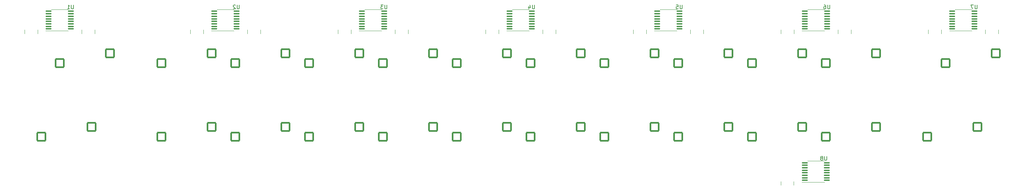
<source format=gbr>
%TF.GenerationSoftware,KiCad,Pcbnew,(7.0.0)*%
%TF.CreationDate,2023-03-29T14:48:56+09:00*%
%TF.ProjectId,HEP,4845502e-6b69-4636-9164-5f7063625858,rev?*%
%TF.SameCoordinates,Original*%
%TF.FileFunction,Legend,Bot*%
%TF.FilePolarity,Positive*%
%FSLAX46Y46*%
G04 Gerber Fmt 4.6, Leading zero omitted, Abs format (unit mm)*
G04 Created by KiCad (PCBNEW (7.0.0)) date 2023-03-29 14:48:56*
%MOMM*%
%LPD*%
G01*
G04 APERTURE LIST*
G04 Aperture macros list*
%AMRoundRect*
0 Rectangle with rounded corners*
0 $1 Rounding radius*
0 $2 $3 $4 $5 $6 $7 $8 $9 X,Y pos of 4 corners*
0 Add a 4 corners polygon primitive as box body*
4,1,4,$2,$3,$4,$5,$6,$7,$8,$9,$2,$3,0*
0 Add four circle primitives for the rounded corners*
1,1,$1+$1,$2,$3*
1,1,$1+$1,$4,$5*
1,1,$1+$1,$6,$7*
1,1,$1+$1,$8,$9*
0 Add four rect primitives between the rounded corners*
20,1,$1+$1,$2,$3,$4,$5,0*
20,1,$1+$1,$4,$5,$6,$7,0*
20,1,$1+$1,$6,$7,$8,$9,0*
20,1,$1+$1,$8,$9,$2,$3,0*%
G04 Aperture macros list end*
%ADD10C,0.150000*%
%ADD11C,0.120000*%
%ADD12C,3.000000*%
%ADD13C,3.987800*%
%ADD14C,1.701800*%
%ADD15RoundRect,0.200000X-1.075000X-1.050000X1.075000X-1.050000X1.075000X1.050000X-1.075000X1.050000X0*%
%ADD16C,3.048000*%
%ADD17RoundRect,0.100000X-0.637500X-0.100000X0.637500X-0.100000X0.637500X0.100000X-0.637500X0.100000X0*%
%ADD18R,0.500000X0.800000*%
%ADD19R,0.400000X0.800000*%
%ADD20C,1.600000*%
G04 APERTURE END LIST*
D10*
%TO.C,U6*%
X267811154Y-56199880D02*
X267811154Y-57009404D01*
X267811154Y-57009404D02*
X267763535Y-57104642D01*
X267763535Y-57104642D02*
X267715916Y-57152261D01*
X267715916Y-57152261D02*
X267620678Y-57199880D01*
X267620678Y-57199880D02*
X267430202Y-57199880D01*
X267430202Y-57199880D02*
X267334964Y-57152261D01*
X267334964Y-57152261D02*
X267287345Y-57104642D01*
X267287345Y-57104642D02*
X267239726Y-57009404D01*
X267239726Y-57009404D02*
X267239726Y-56199880D01*
X266334964Y-56199880D02*
X266525440Y-56199880D01*
X266525440Y-56199880D02*
X266620678Y-56247500D01*
X266620678Y-56247500D02*
X266668297Y-56295119D01*
X266668297Y-56295119D02*
X266763535Y-56437976D01*
X266763535Y-56437976D02*
X266811154Y-56628452D01*
X266811154Y-56628452D02*
X266811154Y-57009404D01*
X266811154Y-57009404D02*
X266763535Y-57104642D01*
X266763535Y-57104642D02*
X266715916Y-57152261D01*
X266715916Y-57152261D02*
X266620678Y-57199880D01*
X266620678Y-57199880D02*
X266430202Y-57199880D01*
X266430202Y-57199880D02*
X266334964Y-57152261D01*
X266334964Y-57152261D02*
X266287345Y-57104642D01*
X266287345Y-57104642D02*
X266239726Y-57009404D01*
X266239726Y-57009404D02*
X266239726Y-56771309D01*
X266239726Y-56771309D02*
X266287345Y-56676071D01*
X266287345Y-56676071D02*
X266334964Y-56628452D01*
X266334964Y-56628452D02*
X266430202Y-56580833D01*
X266430202Y-56580833D02*
X266620678Y-56580833D01*
X266620678Y-56580833D02*
X266715916Y-56628452D01*
X266715916Y-56628452D02*
X266763535Y-56676071D01*
X266763535Y-56676071D02*
X266811154Y-56771309D01*
%TO.C,U8*%
X267028654Y-95390880D02*
X267028654Y-96200404D01*
X267028654Y-96200404D02*
X266981035Y-96295642D01*
X266981035Y-96295642D02*
X266933416Y-96343261D01*
X266933416Y-96343261D02*
X266838178Y-96390880D01*
X266838178Y-96390880D02*
X266647702Y-96390880D01*
X266647702Y-96390880D02*
X266552464Y-96343261D01*
X266552464Y-96343261D02*
X266504845Y-96295642D01*
X266504845Y-96295642D02*
X266457226Y-96200404D01*
X266457226Y-96200404D02*
X266457226Y-95390880D01*
X265838178Y-95819452D02*
X265933416Y-95771833D01*
X265933416Y-95771833D02*
X265981035Y-95724214D01*
X265981035Y-95724214D02*
X266028654Y-95628976D01*
X266028654Y-95628976D02*
X266028654Y-95581357D01*
X266028654Y-95581357D02*
X265981035Y-95486119D01*
X265981035Y-95486119D02*
X265933416Y-95438500D01*
X265933416Y-95438500D02*
X265838178Y-95390880D01*
X265838178Y-95390880D02*
X265647702Y-95390880D01*
X265647702Y-95390880D02*
X265552464Y-95438500D01*
X265552464Y-95438500D02*
X265504845Y-95486119D01*
X265504845Y-95486119D02*
X265457226Y-95581357D01*
X265457226Y-95581357D02*
X265457226Y-95628976D01*
X265457226Y-95628976D02*
X265504845Y-95724214D01*
X265504845Y-95724214D02*
X265552464Y-95771833D01*
X265552464Y-95771833D02*
X265647702Y-95819452D01*
X265647702Y-95819452D02*
X265838178Y-95819452D01*
X265838178Y-95819452D02*
X265933416Y-95867071D01*
X265933416Y-95867071D02*
X265981035Y-95914690D01*
X265981035Y-95914690D02*
X266028654Y-96009928D01*
X266028654Y-96009928D02*
X266028654Y-96200404D01*
X266028654Y-96200404D02*
X265981035Y-96295642D01*
X265981035Y-96295642D02*
X265933416Y-96343261D01*
X265933416Y-96343261D02*
X265838178Y-96390880D01*
X265838178Y-96390880D02*
X265647702Y-96390880D01*
X265647702Y-96390880D02*
X265552464Y-96343261D01*
X265552464Y-96343261D02*
X265504845Y-96295642D01*
X265504845Y-96295642D02*
X265457226Y-96200404D01*
X265457226Y-96200404D02*
X265457226Y-96009928D01*
X265457226Y-96009928D02*
X265504845Y-95914690D01*
X265504845Y-95914690D02*
X265552464Y-95867071D01*
X265552464Y-95867071D02*
X265647702Y-95819452D01*
%TO.C,U2*%
X115411154Y-56199880D02*
X115411154Y-57009404D01*
X115411154Y-57009404D02*
X115363535Y-57104642D01*
X115363535Y-57104642D02*
X115315916Y-57152261D01*
X115315916Y-57152261D02*
X115220678Y-57199880D01*
X115220678Y-57199880D02*
X115030202Y-57199880D01*
X115030202Y-57199880D02*
X114934964Y-57152261D01*
X114934964Y-57152261D02*
X114887345Y-57104642D01*
X114887345Y-57104642D02*
X114839726Y-57009404D01*
X114839726Y-57009404D02*
X114839726Y-56199880D01*
X114411154Y-56295119D02*
X114363535Y-56247500D01*
X114363535Y-56247500D02*
X114268297Y-56199880D01*
X114268297Y-56199880D02*
X114030202Y-56199880D01*
X114030202Y-56199880D02*
X113934964Y-56247500D01*
X113934964Y-56247500D02*
X113887345Y-56295119D01*
X113887345Y-56295119D02*
X113839726Y-56390357D01*
X113839726Y-56390357D02*
X113839726Y-56485595D01*
X113839726Y-56485595D02*
X113887345Y-56628452D01*
X113887345Y-56628452D02*
X114458773Y-57199880D01*
X114458773Y-57199880D02*
X113839726Y-57199880D01*
%TO.C,U1*%
X72648654Y-56199880D02*
X72648654Y-57009404D01*
X72648654Y-57009404D02*
X72601035Y-57104642D01*
X72601035Y-57104642D02*
X72553416Y-57152261D01*
X72553416Y-57152261D02*
X72458178Y-57199880D01*
X72458178Y-57199880D02*
X72267702Y-57199880D01*
X72267702Y-57199880D02*
X72172464Y-57152261D01*
X72172464Y-57152261D02*
X72124845Y-57104642D01*
X72124845Y-57104642D02*
X72077226Y-57009404D01*
X72077226Y-57009404D02*
X72077226Y-56199880D01*
X71077226Y-57199880D02*
X71648654Y-57199880D01*
X71362940Y-57199880D02*
X71362940Y-56199880D01*
X71362940Y-56199880D02*
X71458178Y-56342738D01*
X71458178Y-56342738D02*
X71553416Y-56437976D01*
X71553416Y-56437976D02*
X71648654Y-56485595D01*
%TO.C,U5*%
X229711154Y-56199880D02*
X229711154Y-57009404D01*
X229711154Y-57009404D02*
X229663535Y-57104642D01*
X229663535Y-57104642D02*
X229615916Y-57152261D01*
X229615916Y-57152261D02*
X229520678Y-57199880D01*
X229520678Y-57199880D02*
X229330202Y-57199880D01*
X229330202Y-57199880D02*
X229234964Y-57152261D01*
X229234964Y-57152261D02*
X229187345Y-57104642D01*
X229187345Y-57104642D02*
X229139726Y-57009404D01*
X229139726Y-57009404D02*
X229139726Y-56199880D01*
X228187345Y-56199880D02*
X228663535Y-56199880D01*
X228663535Y-56199880D02*
X228711154Y-56676071D01*
X228711154Y-56676071D02*
X228663535Y-56628452D01*
X228663535Y-56628452D02*
X228568297Y-56580833D01*
X228568297Y-56580833D02*
X228330202Y-56580833D01*
X228330202Y-56580833D02*
X228234964Y-56628452D01*
X228234964Y-56628452D02*
X228187345Y-56676071D01*
X228187345Y-56676071D02*
X228139726Y-56771309D01*
X228139726Y-56771309D02*
X228139726Y-57009404D01*
X228139726Y-57009404D02*
X228187345Y-57104642D01*
X228187345Y-57104642D02*
X228234964Y-57152261D01*
X228234964Y-57152261D02*
X228330202Y-57199880D01*
X228330202Y-57199880D02*
X228568297Y-57199880D01*
X228568297Y-57199880D02*
X228663535Y-57152261D01*
X228663535Y-57152261D02*
X228711154Y-57104642D01*
%TO.C,U4*%
X191611154Y-56199880D02*
X191611154Y-57009404D01*
X191611154Y-57009404D02*
X191563535Y-57104642D01*
X191563535Y-57104642D02*
X191515916Y-57152261D01*
X191515916Y-57152261D02*
X191420678Y-57199880D01*
X191420678Y-57199880D02*
X191230202Y-57199880D01*
X191230202Y-57199880D02*
X191134964Y-57152261D01*
X191134964Y-57152261D02*
X191087345Y-57104642D01*
X191087345Y-57104642D02*
X191039726Y-57009404D01*
X191039726Y-57009404D02*
X191039726Y-56199880D01*
X190134964Y-56533214D02*
X190134964Y-57199880D01*
X190373059Y-56152261D02*
X190611154Y-56866547D01*
X190611154Y-56866547D02*
X189992107Y-56866547D01*
%TO.C,U3*%
X153511154Y-56199880D02*
X153511154Y-57009404D01*
X153511154Y-57009404D02*
X153463535Y-57104642D01*
X153463535Y-57104642D02*
X153415916Y-57152261D01*
X153415916Y-57152261D02*
X153320678Y-57199880D01*
X153320678Y-57199880D02*
X153130202Y-57199880D01*
X153130202Y-57199880D02*
X153034964Y-57152261D01*
X153034964Y-57152261D02*
X152987345Y-57104642D01*
X152987345Y-57104642D02*
X152939726Y-57009404D01*
X152939726Y-57009404D02*
X152939726Y-56199880D01*
X152558773Y-56199880D02*
X151939726Y-56199880D01*
X151939726Y-56199880D02*
X152273059Y-56580833D01*
X152273059Y-56580833D02*
X152130202Y-56580833D01*
X152130202Y-56580833D02*
X152034964Y-56628452D01*
X152034964Y-56628452D02*
X151987345Y-56676071D01*
X151987345Y-56676071D02*
X151939726Y-56771309D01*
X151939726Y-56771309D02*
X151939726Y-57009404D01*
X151939726Y-57009404D02*
X151987345Y-57104642D01*
X151987345Y-57104642D02*
X152034964Y-57152261D01*
X152034964Y-57152261D02*
X152130202Y-57199880D01*
X152130202Y-57199880D02*
X152415916Y-57199880D01*
X152415916Y-57199880D02*
X152511154Y-57152261D01*
X152511154Y-57152261D02*
X152558773Y-57104642D01*
%TO.C,U7*%
X305842654Y-56199880D02*
X305842654Y-57009404D01*
X305842654Y-57009404D02*
X305795035Y-57104642D01*
X305795035Y-57104642D02*
X305747416Y-57152261D01*
X305747416Y-57152261D02*
X305652178Y-57199880D01*
X305652178Y-57199880D02*
X305461702Y-57199880D01*
X305461702Y-57199880D02*
X305366464Y-57152261D01*
X305366464Y-57152261D02*
X305318845Y-57104642D01*
X305318845Y-57104642D02*
X305271226Y-57009404D01*
X305271226Y-57009404D02*
X305271226Y-56199880D01*
X304890273Y-56199880D02*
X304223607Y-56199880D01*
X304223607Y-56199880D02*
X304652178Y-57199880D01*
D11*
%TO.C,U6*%
X264218750Y-62837750D02*
X266418750Y-62837750D01*
X264218750Y-62837750D02*
X260618750Y-62837750D01*
X264218750Y-57367750D02*
X266418750Y-57367750D01*
X264218750Y-57367750D02*
X262018750Y-57367750D01*
%TO.C,U8*%
X264196750Y-96584750D02*
X261996750Y-96584750D01*
X264196750Y-96584750D02*
X266396750Y-96584750D01*
X264196750Y-102054750D02*
X260596750Y-102054750D01*
X264196750Y-102054750D02*
X266396750Y-102054750D01*
%TO.C,RN12*%
X269904750Y-63650750D02*
X269904750Y-62650750D01*
X273264750Y-63650750D02*
X273264750Y-62650750D01*
%TO.C,RN9*%
X220432750Y-63650750D02*
X220432750Y-62650750D01*
X217072750Y-63650750D02*
X217072750Y-62650750D01*
%TO.C,U2*%
X111818750Y-57367750D02*
X109618750Y-57367750D01*
X111818750Y-57367750D02*
X114018750Y-57367750D01*
X111818750Y-62837750D02*
X108218750Y-62837750D01*
X111818750Y-62837750D02*
X114018750Y-62837750D01*
%TO.C,U1*%
X69056250Y-57367750D02*
X66856250Y-57367750D01*
X69056250Y-57367750D02*
X71256250Y-57367750D01*
X69056250Y-62837750D02*
X65456250Y-62837750D01*
X69056250Y-62837750D02*
X71256250Y-62837750D01*
%TO.C,U5*%
X226118750Y-57367750D02*
X223918750Y-57367750D01*
X226118750Y-57367750D02*
X228318750Y-57367750D01*
X226118750Y-62837750D02*
X222518750Y-62837750D01*
X226118750Y-62837750D02*
X228318750Y-62837750D01*
%TO.C,U4*%
X188018750Y-57367750D02*
X185818750Y-57367750D01*
X188018750Y-57367750D02*
X190218750Y-57367750D01*
X188018750Y-62837750D02*
X184418750Y-62837750D01*
X188018750Y-62837750D02*
X190218750Y-62837750D01*
%TO.C,RN4*%
X120864750Y-63650750D02*
X120864750Y-62650750D01*
X117504750Y-63650750D02*
X117504750Y-62650750D01*
%TO.C,RN1*%
X63370250Y-63650750D02*
X63370250Y-62650750D01*
X60010250Y-63650750D02*
X60010250Y-62650750D01*
%TO.C,RN8*%
X197064750Y-63650750D02*
X197064750Y-62650750D01*
X193704750Y-63650750D02*
X193704750Y-62650750D01*
%TO.C,RN10*%
X235164750Y-63650750D02*
X235164750Y-62650750D01*
X231804750Y-63650750D02*
X231804750Y-62650750D01*
%TO.C,RN7*%
X182332750Y-63650750D02*
X182332750Y-62650750D01*
X178972750Y-63650750D02*
X178972750Y-62650750D01*
%TO.C,RN6*%
X158964750Y-63650750D02*
X158964750Y-62650750D01*
X155604750Y-63650750D02*
X155604750Y-62650750D01*
%TO.C,U3*%
X149918750Y-57367750D02*
X147718750Y-57367750D01*
X149918750Y-57367750D02*
X152118750Y-57367750D01*
X149918750Y-62837750D02*
X146318750Y-62837750D01*
X149918750Y-62837750D02*
X152118750Y-62837750D01*
%TO.C,RN5*%
X144232750Y-63650750D02*
X144232750Y-62650750D01*
X140872750Y-63650750D02*
X140872750Y-62650750D01*
%TO.C,U7*%
X302250250Y-57367750D02*
X300050250Y-57367750D01*
X302250250Y-57367750D02*
X304450250Y-57367750D01*
X302250250Y-62837750D02*
X298650250Y-62837750D01*
X302250250Y-62837750D02*
X304450250Y-62837750D01*
%TO.C,RN2*%
X78102250Y-63650750D02*
X78102250Y-62650750D01*
X74742250Y-63650750D02*
X74742250Y-62650750D01*
%TO.C,RN14*%
X311296250Y-63650750D02*
X311296250Y-62650750D01*
X307936250Y-63650750D02*
X307936250Y-62650750D01*
%TO.C,RN11*%
X255172750Y-63650750D02*
X255172750Y-62650750D01*
X258532750Y-63650750D02*
X258532750Y-62650750D01*
%TO.C,RN15*%
X258510750Y-102867750D02*
X258510750Y-101867750D01*
X255150750Y-102867750D02*
X255150750Y-101867750D01*
%TO.C,RN13*%
X296564250Y-63650750D02*
X296564250Y-62650750D01*
X293204250Y-63650750D02*
X293204250Y-62650750D01*
%TO.C,RN3*%
X106132750Y-63650750D02*
X106132750Y-62650750D01*
X102772750Y-63650750D02*
X102772750Y-62650750D01*
%TD*%
%LPC*%
D12*
%TO.C,SW57*%
X210502500Y-109378750D03*
D13*
X214312500Y-111918750D03*
D14*
X219392500Y-111918750D03*
D12*
X216852500Y-106838750D03*
D14*
X209232500Y-111918750D03*
D15*
X207227500Y-109378750D03*
X220154500Y-106838750D03*
D16*
X202374500Y-118903750D03*
X226250500Y-118903750D03*
D13*
X202374500Y-103663750D03*
X226250500Y-103663750D03*
%TD*%
D15*
%TO.C,SW56*%
X332073250Y-87788750D03*
X319146250Y-90328750D03*
D14*
X321151250Y-92868750D03*
D12*
X328771250Y-87788750D03*
D14*
X331311250Y-92868750D03*
D13*
X326231250Y-92868750D03*
D12*
X322421250Y-90328750D03*
%TD*%
%TO.C,SW55*%
X308133750Y-52228750D03*
D13*
X311943750Y-54768750D03*
D14*
X317023750Y-54768750D03*
D12*
X314483750Y-49688750D03*
D14*
X306863750Y-54768750D03*
D15*
X304858750Y-52228750D03*
X317785750Y-49688750D03*
%TD*%
D12*
%TO.C,SW54*%
X327183750Y-33178750D03*
D13*
X330993750Y-35718750D03*
D14*
X336073750Y-35718750D03*
D12*
X333533750Y-30638750D03*
D14*
X325913750Y-35718750D03*
D15*
X323908750Y-33178750D03*
X336835750Y-30638750D03*
%TD*%
D12*
%TO.C,SW53*%
X308133750Y-33178750D03*
D13*
X311943750Y-35718750D03*
D14*
X317023750Y-35718750D03*
D12*
X314483750Y-30638750D03*
D14*
X306863750Y-35718750D03*
D15*
X304858750Y-33178750D03*
X317785750Y-30638750D03*
%TD*%
D12*
%TO.C,SW52*%
X296227500Y-90328750D03*
D13*
X300037500Y-92868750D03*
D14*
X305117500Y-92868750D03*
D12*
X302577500Y-87788750D03*
D14*
X294957500Y-92868750D03*
D15*
X292952500Y-90328750D03*
X305879500Y-87788750D03*
%TD*%
D12*
%TO.C,SW51*%
X300990000Y-71278750D03*
D13*
X304800000Y-73818750D03*
D14*
X309880000Y-73818750D03*
D12*
X307340000Y-68738750D03*
D14*
X299720000Y-73818750D03*
D15*
X297715000Y-71278750D03*
X310642000Y-68738750D03*
D16*
X292862000Y-66833750D03*
X316738000Y-66833750D03*
D13*
X292862000Y-82073750D03*
X316738000Y-82073750D03*
%TD*%
D15*
%TO.C,SW48*%
X279685750Y-87788750D03*
X266758750Y-90328750D03*
D14*
X268763750Y-92868750D03*
D12*
X276383750Y-87788750D03*
D14*
X278923750Y-92868750D03*
D13*
X273843750Y-92868750D03*
D12*
X270033750Y-90328750D03*
%TD*%
D15*
%TO.C,SW47*%
X279685750Y-68738750D03*
X266758750Y-71278750D03*
D14*
X268763750Y-73818750D03*
D12*
X276383750Y-68738750D03*
D14*
X278923750Y-73818750D03*
D13*
X273843750Y-73818750D03*
D12*
X270033750Y-71278750D03*
%TD*%
%TO.C,SW8*%
X67627500Y-90328750D03*
D13*
X71437500Y-92868750D03*
D14*
X76517500Y-92868750D03*
D12*
X73977500Y-87788750D03*
D14*
X66357500Y-92868750D03*
D15*
X64352500Y-90328750D03*
X77279500Y-87788750D03*
D16*
X59499500Y-85883750D03*
X83375500Y-85883750D03*
D13*
X59499500Y-101123750D03*
X83375500Y-101123750D03*
%TD*%
D12*
%TO.C,SW7*%
X72390000Y-71278750D03*
D13*
X76200000Y-73818750D03*
D14*
X81280000Y-73818750D03*
D12*
X78740000Y-68738750D03*
D14*
X71120000Y-73818750D03*
D15*
X69115000Y-71278750D03*
X82042000Y-68738750D03*
%TD*%
D12*
%TO.C,SW6*%
X74771250Y-52228750D03*
D13*
X78581250Y-54768750D03*
D14*
X83661250Y-54768750D03*
D12*
X81121250Y-49688750D03*
D14*
X73501250Y-54768750D03*
D15*
X71496250Y-52228750D03*
X84423250Y-49688750D03*
%TD*%
D12*
%TO.C,SW4*%
X162877500Y-109378750D03*
D13*
X166687500Y-111918750D03*
D14*
X171767500Y-111918750D03*
D12*
X169227500Y-106838750D03*
D14*
X161607500Y-111918750D03*
D15*
X159602500Y-109378750D03*
X172529500Y-106838750D03*
D16*
X154749500Y-118903750D03*
X178625500Y-118903750D03*
D13*
X154749500Y-103663750D03*
X178625500Y-103663750D03*
%TD*%
D12*
%TO.C,SW3*%
X129540000Y-109378750D03*
D13*
X133350000Y-111918750D03*
D14*
X138430000Y-111918750D03*
D12*
X135890000Y-106838750D03*
D14*
X128270000Y-111918750D03*
D15*
X126265000Y-109378750D03*
X139192000Y-106838750D03*
%TD*%
D12*
%TO.C,SW2*%
X105727500Y-109378750D03*
D13*
X109537500Y-111918750D03*
D14*
X114617500Y-111918750D03*
D12*
X112077500Y-106838750D03*
D14*
X104457500Y-111918750D03*
D15*
X102452500Y-109378750D03*
X115379500Y-106838750D03*
%TD*%
D14*
%TO.C,SW30*%
X192563750Y-54768750D03*
D12*
X193833750Y-52228750D03*
D13*
X197643750Y-54768750D03*
D12*
X200183750Y-49688750D03*
D14*
X202723750Y-54768750D03*
D15*
X190558750Y-52228750D03*
X203485750Y-49688750D03*
%TD*%
D14*
%TO.C,SW34*%
X211613750Y-54768750D03*
D12*
X212883750Y-52228750D03*
D13*
X216693750Y-54768750D03*
D12*
X219233750Y-49688750D03*
D14*
X221773750Y-54768750D03*
D15*
X209608750Y-52228750D03*
X222535750Y-49688750D03*
%TD*%
%TO.C,SW45*%
X279685750Y-30638750D03*
X266758750Y-33178750D03*
D14*
X278923750Y-35718750D03*
D12*
X276383750Y-30638750D03*
D13*
X273843750Y-35718750D03*
D12*
X270033750Y-33178750D03*
D14*
X268763750Y-35718750D03*
%TD*%
%TO.C,SW40*%
X230663750Y-92868750D03*
D12*
X231933750Y-90328750D03*
D13*
X235743750Y-92868750D03*
D12*
X238283750Y-87788750D03*
D14*
X240823750Y-92868750D03*
D15*
X228658750Y-90328750D03*
X241585750Y-87788750D03*
%TD*%
D14*
%TO.C,SW27*%
X173513750Y-73818750D03*
D12*
X174783750Y-71278750D03*
D13*
X178593750Y-73818750D03*
D12*
X181133750Y-68738750D03*
D14*
X183673750Y-73818750D03*
D15*
X171508750Y-71278750D03*
X184435750Y-68738750D03*
%TD*%
D14*
%TO.C,SW25*%
X173513750Y-35718750D03*
D12*
X174783750Y-33178750D03*
D13*
X178593750Y-35718750D03*
D12*
X181133750Y-30638750D03*
D14*
X183673750Y-35718750D03*
D15*
X171508750Y-33178750D03*
X184435750Y-30638750D03*
%TD*%
D14*
%TO.C,SW39*%
X230663750Y-73818750D03*
D12*
X231933750Y-71278750D03*
D13*
X235743750Y-73818750D03*
D12*
X238283750Y-68738750D03*
D14*
X240823750Y-73818750D03*
D15*
X228658750Y-71278750D03*
X241585750Y-68738750D03*
%TD*%
D14*
%TO.C,SW16*%
X116363750Y-92868750D03*
D12*
X117633750Y-90328750D03*
D13*
X121443750Y-92868750D03*
D12*
X123983750Y-87788750D03*
D14*
X126523750Y-92868750D03*
D15*
X114358750Y-90328750D03*
X127285750Y-87788750D03*
%TD*%
D14*
%TO.C,SW38*%
X230663750Y-54768750D03*
D12*
X231933750Y-52228750D03*
D13*
X235743750Y-54768750D03*
D12*
X238283750Y-49688750D03*
D14*
X240823750Y-54768750D03*
D15*
X228658750Y-52228750D03*
X241585750Y-49688750D03*
%TD*%
D14*
%TO.C,SW29*%
X192563750Y-35718750D03*
D12*
X193833750Y-33178750D03*
D13*
X197643750Y-35718750D03*
D12*
X200183750Y-30638750D03*
D14*
X202723750Y-35718750D03*
D15*
X190558750Y-33178750D03*
X203485750Y-30638750D03*
%TD*%
%TO.C,SW59*%
X282067000Y-106838750D03*
X269140000Y-109378750D03*
D14*
X281305000Y-111918750D03*
D12*
X278765000Y-106838750D03*
D13*
X276225000Y-111918750D03*
D12*
X272415000Y-109378750D03*
D14*
X271145000Y-111918750D03*
%TD*%
D15*
%TO.C,SW42*%
X260635750Y-49688750D03*
X247708750Y-52228750D03*
D14*
X259873750Y-54768750D03*
D12*
X257333750Y-49688750D03*
D13*
X254793750Y-54768750D03*
D12*
X250983750Y-52228750D03*
D14*
X249713750Y-54768750D03*
%TD*%
%TO.C,SW18*%
X135413750Y-54768750D03*
D12*
X136683750Y-52228750D03*
D13*
X140493750Y-54768750D03*
D12*
X143033750Y-49688750D03*
D14*
X145573750Y-54768750D03*
D15*
X133408750Y-52228750D03*
X146335750Y-49688750D03*
%TD*%
D14*
%TO.C,SW21*%
X154463750Y-35718750D03*
D12*
X155733750Y-33178750D03*
D13*
X159543750Y-35718750D03*
D12*
X162083750Y-30638750D03*
D14*
X164623750Y-35718750D03*
D15*
X152458750Y-33178750D03*
X165385750Y-30638750D03*
%TD*%
D14*
%TO.C,SW33*%
X211613750Y-35718750D03*
D12*
X212883750Y-33178750D03*
D13*
X216693750Y-35718750D03*
D12*
X219233750Y-30638750D03*
D14*
X221773750Y-35718750D03*
D15*
X209608750Y-33178750D03*
X222535750Y-30638750D03*
%TD*%
D14*
%TO.C,SW49*%
X287813750Y-35718750D03*
D12*
X289083750Y-33178750D03*
D13*
X292893750Y-35718750D03*
D12*
X295433750Y-30638750D03*
D14*
X297973750Y-35718750D03*
D15*
X285808750Y-33178750D03*
X298735750Y-30638750D03*
%TD*%
D14*
%TO.C,SW31*%
X192563750Y-73818750D03*
D12*
X193833750Y-71278750D03*
D13*
X197643750Y-73818750D03*
D12*
X200183750Y-68738750D03*
D14*
X202723750Y-73818750D03*
D15*
X190558750Y-71278750D03*
X203485750Y-68738750D03*
%TD*%
D14*
%TO.C,SW11*%
X97313750Y-73818750D03*
D12*
X98583750Y-71278750D03*
D13*
X102393750Y-73818750D03*
D12*
X104933750Y-68738750D03*
D14*
X107473750Y-73818750D03*
D15*
X95308750Y-71278750D03*
X108235750Y-68738750D03*
%TD*%
%TO.C,SW41*%
X260635750Y-30638750D03*
X247708750Y-33178750D03*
D14*
X259873750Y-35718750D03*
D12*
X257333750Y-30638750D03*
D13*
X254793750Y-35718750D03*
D12*
X250983750Y-33178750D03*
D14*
X249713750Y-35718750D03*
%TD*%
%TO.C,SW12*%
X97313750Y-92868750D03*
D12*
X98583750Y-90328750D03*
D13*
X102393750Y-92868750D03*
D12*
X104933750Y-87788750D03*
D14*
X107473750Y-92868750D03*
D15*
X95308750Y-90328750D03*
X108235750Y-87788750D03*
%TD*%
D14*
%TO.C,SW1*%
X59213750Y-35718750D03*
D12*
X60483750Y-33178750D03*
D13*
X64293750Y-35718750D03*
D12*
X66833750Y-30638750D03*
D14*
X69373750Y-35718750D03*
D15*
X57208750Y-33178750D03*
X70135750Y-30638750D03*
%TD*%
%TO.C,SW46*%
X279685750Y-49688750D03*
X266758750Y-52228750D03*
D14*
X278923750Y-54768750D03*
D12*
X276383750Y-49688750D03*
D13*
X273843750Y-54768750D03*
D12*
X270033750Y-52228750D03*
D14*
X268763750Y-54768750D03*
%TD*%
%TO.C,SW14*%
X116363750Y-54768750D03*
D12*
X117633750Y-52228750D03*
D13*
X121443750Y-54768750D03*
D12*
X123983750Y-49688750D03*
D14*
X126523750Y-54768750D03*
D15*
X114358750Y-52228750D03*
X127285750Y-49688750D03*
%TD*%
D14*
%TO.C,SW10*%
X97313750Y-54768750D03*
D12*
X98583750Y-52228750D03*
D13*
X102393750Y-54768750D03*
D12*
X104933750Y-49688750D03*
D14*
X107473750Y-54768750D03*
D15*
X95308750Y-52228750D03*
X108235750Y-49688750D03*
%TD*%
D14*
%TO.C,SW58*%
X247332500Y-111918750D03*
D12*
X248602500Y-109378750D03*
D13*
X252412500Y-111918750D03*
D12*
X254952500Y-106838750D03*
D14*
X257492500Y-111918750D03*
D15*
X245327500Y-109378750D03*
X258254500Y-106838750D03*
%TD*%
D14*
%TO.C,SW17*%
X135413750Y-35718750D03*
D12*
X136683750Y-33178750D03*
D13*
X140493750Y-35718750D03*
D12*
X143033750Y-30638750D03*
D14*
X145573750Y-35718750D03*
D15*
X133408750Y-33178750D03*
X146335750Y-30638750D03*
%TD*%
D14*
%TO.C,SW26*%
X173513750Y-54768750D03*
D12*
X174783750Y-52228750D03*
D13*
X178593750Y-54768750D03*
D12*
X181133750Y-49688750D03*
D14*
X183673750Y-54768750D03*
D15*
X171508750Y-52228750D03*
X184435750Y-49688750D03*
%TD*%
D14*
%TO.C,SW15*%
X116363750Y-73818750D03*
D12*
X117633750Y-71278750D03*
D13*
X121443750Y-73818750D03*
D12*
X123983750Y-68738750D03*
D14*
X126523750Y-73818750D03*
D15*
X114358750Y-71278750D03*
X127285750Y-68738750D03*
%TD*%
D14*
%TO.C,SW36*%
X211613750Y-92868750D03*
D12*
X212883750Y-90328750D03*
D13*
X216693750Y-92868750D03*
D12*
X219233750Y-87788750D03*
D14*
X221773750Y-92868750D03*
D15*
X209608750Y-90328750D03*
X222535750Y-87788750D03*
%TD*%
%TO.C,SW44*%
X260635750Y-87788750D03*
X247708750Y-90328750D03*
D14*
X259873750Y-92868750D03*
D12*
X257333750Y-87788750D03*
D13*
X254793750Y-92868750D03*
D12*
X250983750Y-90328750D03*
D14*
X249713750Y-92868750D03*
%TD*%
%TO.C,SW23*%
X154463750Y-73818750D03*
D12*
X155733750Y-71278750D03*
D13*
X159543750Y-73818750D03*
D12*
X162083750Y-68738750D03*
D14*
X164623750Y-73818750D03*
D15*
X152458750Y-71278750D03*
X165385750Y-68738750D03*
%TD*%
D14*
%TO.C,SW9*%
X97313750Y-35718750D03*
D12*
X98583750Y-33178750D03*
D13*
X102393750Y-35718750D03*
D12*
X104933750Y-30638750D03*
D14*
X107473750Y-35718750D03*
D15*
X95308750Y-33178750D03*
X108235750Y-30638750D03*
%TD*%
D14*
%TO.C,SW37*%
X230663750Y-35718750D03*
D12*
X231933750Y-33178750D03*
D13*
X235743750Y-35718750D03*
D12*
X238283750Y-30638750D03*
D14*
X240823750Y-35718750D03*
D15*
X228658750Y-33178750D03*
X241585750Y-30638750D03*
%TD*%
D14*
%TO.C,SW5*%
X78263750Y-35718750D03*
D12*
X79533750Y-33178750D03*
D13*
X83343750Y-35718750D03*
D12*
X85883750Y-30638750D03*
D14*
X88423750Y-35718750D03*
D15*
X76258750Y-33178750D03*
X89185750Y-30638750D03*
%TD*%
D14*
%TO.C,SW22*%
X154463750Y-54768750D03*
D12*
X155733750Y-52228750D03*
D13*
X159543750Y-54768750D03*
D12*
X162083750Y-49688750D03*
D14*
X164623750Y-54768750D03*
D15*
X152458750Y-52228750D03*
X165385750Y-49688750D03*
%TD*%
D14*
%TO.C,SW19*%
X135413750Y-73818750D03*
D12*
X136683750Y-71278750D03*
D13*
X140493750Y-73818750D03*
D12*
X143033750Y-68738750D03*
D14*
X145573750Y-73818750D03*
D15*
X133408750Y-71278750D03*
X146335750Y-68738750D03*
%TD*%
%TO.C,SW43*%
X260635750Y-68738750D03*
X247708750Y-71278750D03*
D14*
X259873750Y-73818750D03*
D12*
X257333750Y-68738750D03*
D13*
X254793750Y-73818750D03*
D12*
X250983750Y-71278750D03*
D14*
X249713750Y-73818750D03*
%TD*%
%TO.C,SW24*%
X154463750Y-92868750D03*
D12*
X155733750Y-90328750D03*
D13*
X159543750Y-92868750D03*
D12*
X162083750Y-87788750D03*
D14*
X164623750Y-92868750D03*
D15*
X152458750Y-90328750D03*
X165385750Y-87788750D03*
%TD*%
D14*
%TO.C,SW35*%
X211613750Y-73818750D03*
D12*
X212883750Y-71278750D03*
D13*
X216693750Y-73818750D03*
D12*
X219233750Y-68738750D03*
D14*
X221773750Y-73818750D03*
D15*
X209608750Y-71278750D03*
X222535750Y-68738750D03*
%TD*%
D14*
%TO.C,SW13*%
X116363750Y-35718750D03*
D12*
X117633750Y-33178750D03*
D13*
X121443750Y-35718750D03*
D12*
X123983750Y-30638750D03*
D14*
X126523750Y-35718750D03*
D15*
X114358750Y-33178750D03*
X127285750Y-30638750D03*
%TD*%
D14*
%TO.C,SW32*%
X192563750Y-92868750D03*
D12*
X193833750Y-90328750D03*
D13*
X197643750Y-92868750D03*
D12*
X200183750Y-87788750D03*
D14*
X202723750Y-92868750D03*
D15*
X190558750Y-90328750D03*
X203485750Y-87788750D03*
%TD*%
%TO.C,SW50*%
X298735750Y-49688750D03*
X285808750Y-52228750D03*
D14*
X297973750Y-54768750D03*
D12*
X295433750Y-49688750D03*
D13*
X292893750Y-54768750D03*
D12*
X289083750Y-52228750D03*
D14*
X287813750Y-54768750D03*
%TD*%
%TO.C,SW20*%
X135413750Y-92868750D03*
D12*
X136683750Y-90328750D03*
D13*
X140493750Y-92868750D03*
D12*
X143033750Y-87788750D03*
D14*
X145573750Y-92868750D03*
D15*
X133408750Y-90328750D03*
X146335750Y-87788750D03*
%TD*%
D14*
%TO.C,SW28*%
X173513750Y-92868750D03*
D12*
X174783750Y-90328750D03*
D13*
X178593750Y-92868750D03*
D12*
X181133750Y-87788750D03*
D14*
X183673750Y-92868750D03*
D15*
X171508750Y-90328750D03*
X184435750Y-87788750D03*
%TD*%
D17*
%TO.C,U6*%
X267081250Y-62377750D03*
X267081250Y-61727750D03*
X267081250Y-61077750D03*
X267081250Y-60427750D03*
X267081250Y-59777750D03*
X267081250Y-59127750D03*
X267081250Y-58477750D03*
X267081250Y-57827750D03*
X261356250Y-57827750D03*
X261356250Y-58477750D03*
X261356250Y-59127750D03*
X261356250Y-59777750D03*
X261356250Y-60427750D03*
X261356250Y-61077750D03*
X261356250Y-61727750D03*
X261356250Y-62377750D03*
%TD*%
%TO.C,U8*%
X261334250Y-101594750D03*
X261334250Y-100944750D03*
X261334250Y-100294750D03*
X261334250Y-99644750D03*
X261334250Y-98994750D03*
X261334250Y-98344750D03*
X261334250Y-97694750D03*
X261334250Y-97044750D03*
X267059250Y-97044750D03*
X267059250Y-97694750D03*
X267059250Y-98344750D03*
X267059250Y-98994750D03*
X267059250Y-99644750D03*
X267059250Y-100294750D03*
X267059250Y-100944750D03*
X267059250Y-101594750D03*
%TD*%
D18*
%TO.C,RN12*%
X270384749Y-64050749D03*
D19*
X271184749Y-64050749D03*
X271984749Y-64050749D03*
D18*
X272784749Y-64050749D03*
X272784749Y-62250749D03*
D19*
X271984749Y-62250749D03*
X271184749Y-62250749D03*
D18*
X270384749Y-62250749D03*
%TD*%
%TO.C,RN9*%
X217552749Y-62250749D03*
D19*
X218352749Y-62250749D03*
X219152749Y-62250749D03*
D18*
X219952749Y-62250749D03*
X219952749Y-64050749D03*
D19*
X219152749Y-64050749D03*
X218352749Y-64050749D03*
D18*
X217552749Y-64050749D03*
%TD*%
D17*
%TO.C,U2*%
X108956250Y-62377750D03*
X108956250Y-61727750D03*
X108956250Y-61077750D03*
X108956250Y-60427750D03*
X108956250Y-59777750D03*
X108956250Y-59127750D03*
X108956250Y-58477750D03*
X108956250Y-57827750D03*
X114681250Y-57827750D03*
X114681250Y-58477750D03*
X114681250Y-59127750D03*
X114681250Y-59777750D03*
X114681250Y-60427750D03*
X114681250Y-61077750D03*
X114681250Y-61727750D03*
X114681250Y-62377750D03*
%TD*%
%TO.C,U1*%
X66193750Y-62377750D03*
X66193750Y-61727750D03*
X66193750Y-61077750D03*
X66193750Y-60427750D03*
X66193750Y-59777750D03*
X66193750Y-59127750D03*
X66193750Y-58477750D03*
X66193750Y-57827750D03*
X71918750Y-57827750D03*
X71918750Y-58477750D03*
X71918750Y-59127750D03*
X71918750Y-59777750D03*
X71918750Y-60427750D03*
X71918750Y-61077750D03*
X71918750Y-61727750D03*
X71918750Y-62377750D03*
%TD*%
%TO.C,U5*%
X223256250Y-62377750D03*
X223256250Y-61727750D03*
X223256250Y-61077750D03*
X223256250Y-60427750D03*
X223256250Y-59777750D03*
X223256250Y-59127750D03*
X223256250Y-58477750D03*
X223256250Y-57827750D03*
X228981250Y-57827750D03*
X228981250Y-58477750D03*
X228981250Y-59127750D03*
X228981250Y-59777750D03*
X228981250Y-60427750D03*
X228981250Y-61077750D03*
X228981250Y-61727750D03*
X228981250Y-62377750D03*
%TD*%
%TO.C,U4*%
X185156250Y-62377750D03*
X185156250Y-61727750D03*
X185156250Y-61077750D03*
X185156250Y-60427750D03*
X185156250Y-59777750D03*
X185156250Y-59127750D03*
X185156250Y-58477750D03*
X185156250Y-57827750D03*
X190881250Y-57827750D03*
X190881250Y-58477750D03*
X190881250Y-59127750D03*
X190881250Y-59777750D03*
X190881250Y-60427750D03*
X190881250Y-61077750D03*
X190881250Y-61727750D03*
X190881250Y-62377750D03*
%TD*%
D18*
%TO.C,RN4*%
X117984749Y-62250749D03*
D19*
X118784749Y-62250749D03*
X119584749Y-62250749D03*
D18*
X120384749Y-62250749D03*
X120384749Y-64050749D03*
D19*
X119584749Y-64050749D03*
X118784749Y-64050749D03*
D18*
X117984749Y-64050749D03*
%TD*%
%TO.C,RN1*%
X60490249Y-62250749D03*
D19*
X61290249Y-62250749D03*
X62090249Y-62250749D03*
D18*
X62890249Y-62250749D03*
X62890249Y-64050749D03*
D19*
X62090249Y-64050749D03*
X61290249Y-64050749D03*
D18*
X60490249Y-64050749D03*
%TD*%
%TO.C,RN8*%
X194184749Y-62250749D03*
D19*
X194984749Y-62250749D03*
X195784749Y-62250749D03*
D18*
X196584749Y-62250749D03*
X196584749Y-64050749D03*
D19*
X195784749Y-64050749D03*
X194984749Y-64050749D03*
D18*
X194184749Y-64050749D03*
%TD*%
%TO.C,RN10*%
X232284749Y-62250749D03*
D19*
X233084749Y-62250749D03*
X233884749Y-62250749D03*
D18*
X234684749Y-62250749D03*
X234684749Y-64050749D03*
D19*
X233884749Y-64050749D03*
X233084749Y-64050749D03*
D18*
X232284749Y-64050749D03*
%TD*%
%TO.C,RN7*%
X179452749Y-62250749D03*
D19*
X180252749Y-62250749D03*
X181052749Y-62250749D03*
D18*
X181852749Y-62250749D03*
X181852749Y-64050749D03*
D19*
X181052749Y-64050749D03*
X180252749Y-64050749D03*
D18*
X179452749Y-64050749D03*
%TD*%
%TO.C,RN6*%
X156084749Y-62250749D03*
D19*
X156884749Y-62250749D03*
X157684749Y-62250749D03*
D18*
X158484749Y-62250749D03*
X158484749Y-64050749D03*
D19*
X157684749Y-64050749D03*
X156884749Y-64050749D03*
D18*
X156084749Y-64050749D03*
%TD*%
D20*
%TO.C,U9*%
X75723750Y-35878750D03*
X75723750Y-38418750D03*
X75723750Y-40958750D03*
X75723750Y-43498750D03*
X75723750Y-46038750D03*
X90963750Y-46038750D03*
X90963750Y-43498750D03*
X90963750Y-40958750D03*
X90963750Y-38418750D03*
X90963750Y-35878750D03*
X90963750Y-33338750D03*
%TD*%
D17*
%TO.C,U3*%
X147056250Y-62377750D03*
X147056250Y-61727750D03*
X147056250Y-61077750D03*
X147056250Y-60427750D03*
X147056250Y-59777750D03*
X147056250Y-59127750D03*
X147056250Y-58477750D03*
X147056250Y-57827750D03*
X152781250Y-57827750D03*
X152781250Y-58477750D03*
X152781250Y-59127750D03*
X152781250Y-59777750D03*
X152781250Y-60427750D03*
X152781250Y-61077750D03*
X152781250Y-61727750D03*
X152781250Y-62377750D03*
%TD*%
D18*
%TO.C,RN5*%
X141352749Y-62250749D03*
D19*
X142152749Y-62250749D03*
X142952749Y-62250749D03*
D18*
X143752749Y-62250749D03*
X143752749Y-64050749D03*
D19*
X142952749Y-64050749D03*
X142152749Y-64050749D03*
D18*
X141352749Y-64050749D03*
%TD*%
D17*
%TO.C,U7*%
X299387750Y-62377750D03*
X299387750Y-61727750D03*
X299387750Y-61077750D03*
X299387750Y-60427750D03*
X299387750Y-59777750D03*
X299387750Y-59127750D03*
X299387750Y-58477750D03*
X299387750Y-57827750D03*
X305112750Y-57827750D03*
X305112750Y-58477750D03*
X305112750Y-59127750D03*
X305112750Y-59777750D03*
X305112750Y-60427750D03*
X305112750Y-61077750D03*
X305112750Y-61727750D03*
X305112750Y-62377750D03*
%TD*%
D18*
%TO.C,RN2*%
X75222249Y-62250749D03*
D19*
X76022249Y-62250749D03*
X76822249Y-62250749D03*
D18*
X77622249Y-62250749D03*
X77622249Y-64050749D03*
D19*
X76822249Y-64050749D03*
X76022249Y-64050749D03*
D18*
X75222249Y-64050749D03*
%TD*%
%TO.C,RN14*%
X308416249Y-62250749D03*
D19*
X309216249Y-62250749D03*
X310016249Y-62250749D03*
D18*
X310816249Y-62250749D03*
X310816249Y-64050749D03*
D19*
X310016249Y-64050749D03*
X309216249Y-64050749D03*
D18*
X308416249Y-64050749D03*
%TD*%
%TO.C,RN11*%
X255652749Y-64050749D03*
D19*
X256452749Y-64050749D03*
X257252749Y-64050749D03*
D18*
X258052749Y-64050749D03*
X258052749Y-62250749D03*
D19*
X257252749Y-62250749D03*
X256452749Y-62250749D03*
D18*
X255652749Y-62250749D03*
%TD*%
%TO.C,RN15*%
X255630749Y-101467749D03*
D19*
X256430749Y-101467749D03*
X257230749Y-101467749D03*
D18*
X258030749Y-101467749D03*
X258030749Y-103267749D03*
D19*
X257230749Y-103267749D03*
X256430749Y-103267749D03*
D18*
X255630749Y-103267749D03*
%TD*%
%TO.C,RN13*%
X293684249Y-62250749D03*
D19*
X294484249Y-62250749D03*
X295284249Y-62250749D03*
D18*
X296084249Y-62250749D03*
X296084249Y-64050749D03*
D19*
X295284249Y-64050749D03*
X294484249Y-64050749D03*
D18*
X293684249Y-64050749D03*
%TD*%
%TO.C,RN3*%
X103252749Y-62250749D03*
D19*
X104052749Y-62250749D03*
X104852749Y-62250749D03*
D18*
X105652749Y-62250749D03*
X105652749Y-64050749D03*
D19*
X104852749Y-64050749D03*
X104052749Y-64050749D03*
D18*
X103252749Y-64050749D03*
%TD*%
M02*

</source>
